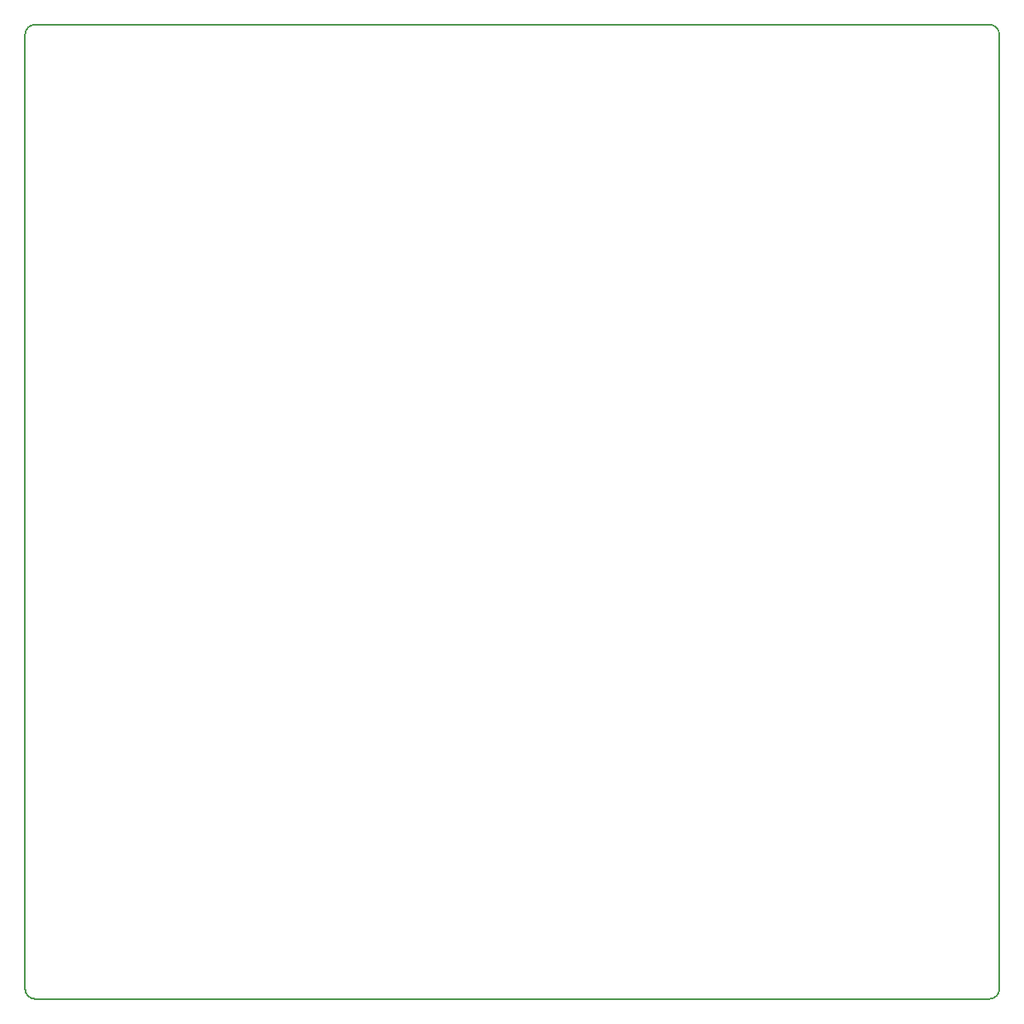
<source format=gbr>
%TF.GenerationSoftware,KiCad,Pcbnew,8.0.5*%
%TF.CreationDate,2025-02-16T21:21:17+01:00*%
%TF.ProjectId,stmbl-fpga-master,73746d62-6c2d-4667-9067-612d6d617374,rev?*%
%TF.SameCoordinates,Original*%
%TF.FileFunction,Profile,NP*%
%FSLAX46Y46*%
G04 Gerber Fmt 4.6, Leading zero omitted, Abs format (unit mm)*
G04 Created by KiCad (PCBNEW 8.0.5) date 2025-02-16 21:21:17*
%MOMM*%
%LPD*%
G01*
G04 APERTURE LIST*
%TA.AperFunction,Profile*%
%ADD10C,0.150000*%
%TD*%
G04 APERTURE END LIST*
D10*
X31000001Y-129800001D02*
G75*
G02*
X29999999Y-128800001I-1J1000001D01*
G01*
X30000001Y-31000001D02*
G75*
G02*
X31000001Y-30000001I999999J1D01*
G01*
X30000001Y-128800001D02*
X30000001Y-31000001D01*
X128800001Y-129800001D02*
X31000001Y-129800001D01*
X31000001Y-30000001D02*
X128799329Y-29999949D01*
X129800001Y-128800001D02*
G75*
G02*
X128800001Y-129800001I-1000001J1D01*
G01*
X129799329Y-31010001D02*
X129800001Y-128800001D01*
X128799329Y-29999949D02*
G75*
G02*
X129799301Y-31010001I-29J-1000051D01*
G01*
M02*

</source>
